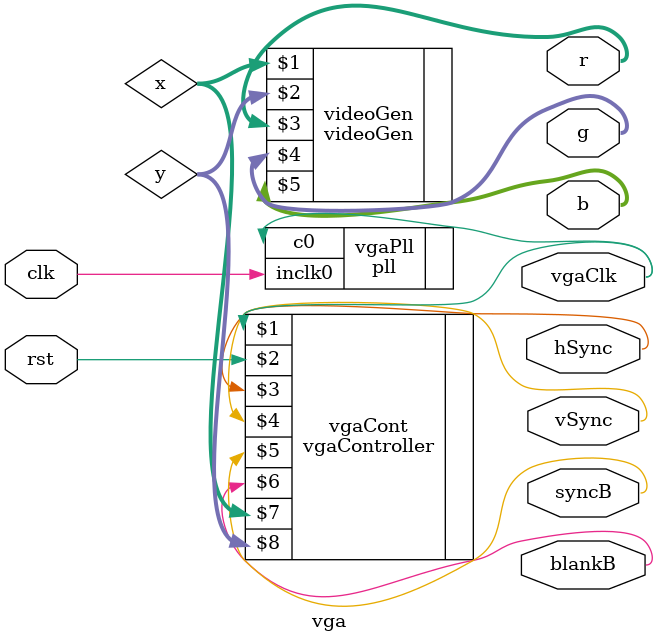
<source format=sv>
module vga (
  input logic clk, rst,
  output logic vgaClk,
  output logic hSync, vSync,
  output logic syncB, blankB,
  output logic [7:0] r, g, b
);
  logic [9:0] x, y;

  pll vgaPll(.inclk0(clk), .c0(vgaClk));

  vgaController vgaCont(vgaClk, rst, hSync, vSync, syncB, blankB, x, y);

  videoGen videoGen(x,y,r,g,b);
endmodule
</source>
